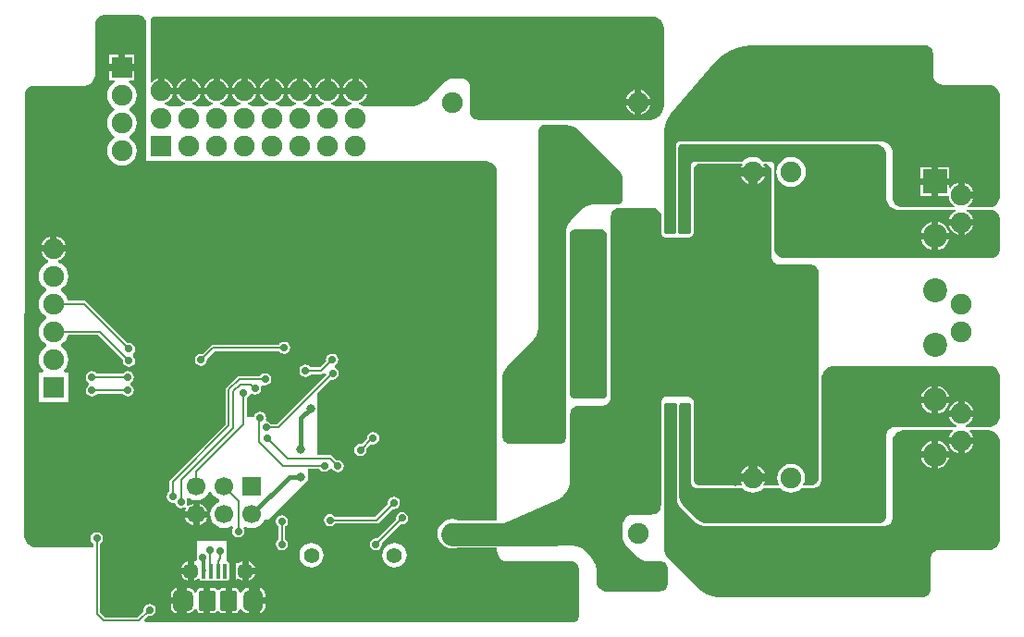
<source format=gtl>
G04 Layer_Physical_Order=1*
G04 Layer_Color=16776960*
%FSLAX43Y43*%
%MOMM*%
G71*
G01*
G75*
G04:AMPARAMS|DCode=10|XSize=1.9mm|YSize=1.7mm|CornerRadius=0.51mm|HoleSize=0mm|Usage=FLASHONLY|Rotation=90.000|XOffset=0mm|YOffset=0mm|HoleType=Round|Shape=RoundedRectangle|*
%AMROUNDEDRECTD10*
21,1,1.900,0.680,0,0,90.0*
21,1,0.880,1.700,0,0,90.0*
1,1,1.020,0.340,0.440*
1,1,1.020,0.340,-0.440*
1,1,1.020,-0.340,-0.440*
1,1,1.020,-0.340,0.440*
%
%ADD10ROUNDEDRECTD10*%
G04:AMPARAMS|DCode=11|XSize=1.9mm|YSize=1.5mm|CornerRadius=0.188mm|HoleSize=0mm|Usage=FLASHONLY|Rotation=90.000|XOffset=0mm|YOffset=0mm|HoleType=Round|Shape=RoundedRectangle|*
%AMROUNDEDRECTD11*
21,1,1.900,1.125,0,0,90.0*
21,1,1.525,1.500,0,0,90.0*
1,1,0.375,0.563,0.762*
1,1,0.375,0.563,-0.762*
1,1,0.375,-0.563,-0.762*
1,1,0.375,-0.563,0.762*
%
%ADD11ROUNDEDRECTD11*%
G04:AMPARAMS|DCode=12|XSize=1.35mm|YSize=0.4mm|CornerRadius=0.05mm|HoleSize=0mm|Usage=FLASHONLY|Rotation=90.000|XOffset=0mm|YOffset=0mm|HoleType=Round|Shape=RoundedRectangle|*
%AMROUNDEDRECTD12*
21,1,1.350,0.300,0,0,90.0*
21,1,1.250,0.400,0,0,90.0*
1,1,0.100,0.150,0.625*
1,1,0.100,0.150,-0.625*
1,1,0.100,-0.150,-0.625*
1,1,0.100,-0.150,0.625*
%
%ADD12ROUNDEDRECTD12*%
%ADD13C,0.200*%
%ADD14C,0.300*%
%ADD15C,2.100*%
%ADD16C,0.400*%
%ADD17C,1.900*%
%ADD18R,1.700X1.700*%
%ADD19C,1.700*%
%ADD20C,1.400*%
%ADD21R,1.900X1.900*%
%ADD22C,2.200*%
%ADD23R,2.200X2.200*%
%ADD24R,1.900X1.900*%
G04:AMPARAMS|DCode=25|XSize=1.9mm|YSize=1.2mm|CornerRadius=0.36mm|HoleSize=0mm|Usage=FLASHONLY|Rotation=90.000|XOffset=0mm|YOffset=0mm|HoleType=Round|Shape=RoundedRectangle|*
%AMROUNDEDRECTD25*
21,1,1.900,0.480,0,0,90.0*
21,1,1.180,1.200,0,0,90.0*
1,1,0.720,0.240,0.590*
1,1,0.720,0.240,-0.590*
1,1,0.720,-0.240,-0.590*
1,1,0.720,-0.240,0.590*
%
%ADD25ROUNDEDRECTD25*%
%ADD26C,1.450*%
%ADD27C,0.700*%
%ADD28C,1.000*%
%ADD29C,0.800*%
%ADD30C,1.500*%
G36*
X10628Y55772D02*
X10704Y55772D01*
X10854Y55742D01*
X10994Y55684D01*
X11120Y55599D01*
X11228Y55492D01*
X11312Y55365D01*
X11370Y55225D01*
X11378Y55185D01*
X11400Y55000D01*
Y55000D01*
X11400Y55000D01*
X11400Y55000D01*
X11400Y48918D01*
X11388Y48830D01*
X11400Y48742D01*
X11400Y46378D01*
X11388Y46290D01*
X11400Y46202D01*
X11400Y42976D01*
X11400Y42976D01*
Y42400D01*
X11976D01*
X11976Y42400D01*
X11976Y42400D01*
X15202D01*
X15290Y42388D01*
X15378Y42400D01*
X17742D01*
X17830Y42388D01*
X17918Y42400D01*
X20282D01*
X20370Y42388D01*
X20458Y42400D01*
X22822D01*
X22910Y42388D01*
X22998Y42400D01*
X25362D01*
X25450Y42388D01*
X25538Y42400D01*
X27902D01*
X27990Y42388D01*
X28078Y42400D01*
X30442D01*
X30530Y42388D01*
X30618Y42400D01*
X42400D01*
X42508Y42400D01*
X42721Y42358D01*
X42921Y42275D01*
X43101Y42154D01*
X43254Y42001D01*
X43375Y41821D01*
X43458Y41621D01*
X43485Y41485D01*
X43500Y41300D01*
Y41300D01*
X43500Y41300D01*
X43500Y41300D01*
X43500Y24100D01*
X43500Y18500D01*
X43500Y17500D01*
X43500Y9511D01*
X39970D01*
X39752Y9601D01*
X39400Y9648D01*
X39048Y9601D01*
X38719Y9465D01*
X38437Y9249D01*
X38221Y8967D01*
X38085Y8638D01*
X38038Y8286D01*
X38085Y7934D01*
X38221Y7605D01*
X38437Y7323D01*
X38719Y7107D01*
X39048Y6971D01*
X39400Y6924D01*
X39752Y6971D01*
X39798Y6990D01*
X43500D01*
Y6700D01*
X43505Y6607D01*
X43541Y6424D01*
X43612Y6252D01*
X43716Y6097D01*
X43847Y5966D01*
X44002Y5862D01*
X44174Y5791D01*
X44357Y5755D01*
X44450Y5750D01*
X46167Y5750D01*
X50281D01*
X50349Y5750D01*
X50481Y5724D01*
X50606Y5672D01*
X50718Y5597D01*
X50814Y5501D01*
X50889Y5389D01*
X50940Y5264D01*
X50943Y5248D01*
X50966Y5064D01*
Y5064D01*
X50966Y5064D01*
X50966Y5064D01*
X50967Y767D01*
X50967Y654D01*
X50881Y446D01*
X50721Y286D01*
X50535Y209D01*
X11303D01*
X11226Y394D01*
X11593Y761D01*
X11700Y739D01*
X11915Y782D01*
X12097Y903D01*
X12218Y1085D01*
X12261Y1300D01*
X12218Y1515D01*
X12097Y1697D01*
X11915Y1818D01*
X11700Y1861D01*
X11485Y1818D01*
X11303Y1697D01*
X11182Y1515D01*
X11139Y1300D01*
X11160Y1193D01*
X10578Y611D01*
X7622D01*
X7163Y1070D01*
Y7406D01*
X7250Y7464D01*
X7371Y7646D01*
X7414Y7861D01*
X7371Y8075D01*
X7250Y8257D01*
X7068Y8379D01*
X6853Y8422D01*
X6639Y8379D01*
X6457Y8257D01*
X6335Y8075D01*
X6293Y7861D01*
X6335Y7646D01*
X6457Y7464D01*
X6551Y7401D01*
Y7000D01*
X1400Y7000D01*
X1285D01*
X1058Y7045D01*
X845Y7133D01*
X653Y7262D01*
X490Y7425D01*
X362Y7617D01*
X273Y7830D01*
X228Y8056D01*
Y8172D01*
X241Y48443D01*
X241Y48528D01*
X274Y48693D01*
X339Y48849D01*
X433Y48989D01*
X552Y49109D01*
X692Y49203D01*
X848Y49267D01*
X1014Y49300D01*
X1098Y49300D01*
X1098Y49300D01*
X5700Y49300D01*
X5798Y49305D01*
X5990Y49343D01*
X6171Y49418D01*
X6334Y49527D01*
X6473Y49666D01*
X6582Y49829D01*
X6657Y50010D01*
X6695Y50202D01*
X6700Y50300D01*
X6700Y50300D01*
Y54900D01*
X6700Y54986D01*
X6733Y55154D01*
X6799Y55313D01*
X6895Y55456D01*
X7016Y55577D01*
X7159Y55672D01*
X7317Y55738D01*
X7486Y55772D01*
X7572Y55772D01*
X7572Y55772D01*
X10628Y55772D01*
D02*
G37*
G36*
X82600Y53000D02*
X82600Y53000D01*
X82600D01*
X82717Y52992D01*
X82833Y52969D01*
X82979Y52909D01*
X83110Y52821D01*
X83221Y52710D01*
X83309Y52579D01*
X83369Y52433D01*
X83400Y52279D01*
X83400Y52200D01*
X83400Y50300D01*
X83400Y50300D01*
X83404Y50212D01*
X83439Y50039D01*
X83506Y49876D01*
X83604Y49729D01*
X83729Y49604D01*
X83876Y49506D01*
X84039Y49439D01*
X84212Y49404D01*
X84300Y49400D01*
X88500Y49400D01*
X88500Y49400D01*
X88500Y49400D01*
X88500D01*
X88617Y49396D01*
X88790Y49362D01*
X88971Y49287D01*
X89134Y49178D01*
X89273Y49039D01*
X89381Y48876D01*
X89456Y48695D01*
X89495Y48503D01*
X89495Y48405D01*
X89495Y39095D01*
X89494Y39094D01*
X89494Y39003D01*
X89459Y38823D01*
X89389Y38654D01*
X89287Y38502D01*
X89157Y38372D01*
X89005Y38270D01*
X88836Y38200D01*
X88668Y38167D01*
X88647Y38168D01*
X88641Y38167D01*
X88636Y38168D01*
X88636D01*
X88636Y38168D01*
X86609Y38168D01*
X86581Y38229D01*
X86574Y38295D01*
X86796Y38466D01*
X86981Y38706D01*
X87096Y38986D01*
X87096Y38986D01*
X85976D01*
Y39286D01*
X85676D01*
Y40406D01*
X85676Y40406D01*
X85396Y40291D01*
X85156Y40106D01*
X85003Y39907D01*
X84876Y39950D01*
Y40236D01*
X83876D01*
Y39236D01*
X84823D01*
X84856Y38986D01*
X84971Y38706D01*
X85156Y38466D01*
X85378Y38295D01*
X85372Y38229D01*
X85343Y38168D01*
X80566Y38168D01*
X80391Y38203D01*
X80207Y38279D01*
X80041Y38390D01*
X79901Y38531D01*
X79790Y38696D01*
X79714Y38880D01*
X79675Y39075D01*
X79675Y43134D01*
X79675Y43259D01*
X79675D01*
X79675Y43262D01*
X79675Y43262D01*
X79671Y43347D01*
X79665Y43376D01*
Y43376D01*
X79662Y43388D01*
X79636Y43521D01*
X79568Y43686D01*
X79469Y43833D01*
X79344Y43959D01*
X79196Y44057D01*
X79032Y44125D01*
X78858Y44160D01*
X78769Y44164D01*
X78166Y44164D01*
X78157Y44166D01*
X78040Y44168D01*
X78039Y44168D01*
X78037Y44168D01*
X78036D01*
X78036Y44168D01*
X60467Y44168D01*
X60388Y44168D01*
X60387Y44168D01*
X60387Y44168D01*
X60367Y44164D01*
X60167D01*
X60167Y44164D01*
X60108Y44158D01*
X60000Y44113D01*
X59917Y44031D01*
X59873Y43923D01*
X59867Y43864D01*
X59867Y43664D01*
X59863Y43644D01*
X59863Y43644D01*
X59863Y43644D01*
X59863Y43564D01*
Y35964D01*
X59863Y35925D01*
X59863Y35925D01*
X59863Y35925D01*
X59864Y35918D01*
X59836Y35851D01*
X59780Y35795D01*
X59707Y35764D01*
X58967Y35764D01*
X58927Y35764D01*
X58854Y35795D01*
X58797Y35851D01*
X58767Y35924D01*
X58767Y35964D01*
X58767Y44883D01*
X58767Y45002D01*
X58767Y45002D01*
X58767Y45002D01*
X58767Y45240D01*
X58851Y45707D01*
X59016Y46153D01*
X59258Y46562D01*
X59412Y46742D01*
X63462Y51449D01*
X63462Y51449D01*
X63462Y51449D01*
X63619Y51631D01*
X63969Y51959D01*
X64353Y52248D01*
X64765Y52494D01*
X65202Y52694D01*
X65657Y52846D01*
X66126Y52948D01*
X66604Y53000D01*
X66844Y53000D01*
X79100Y53000D01*
X82600D01*
X82600Y53000D01*
D02*
G37*
G36*
X12164Y55664D02*
X57636Y55664D01*
X57636Y55664D01*
X57636Y55664D01*
X57636D01*
X57756Y55663D01*
X57968Y55620D01*
X58176Y55535D01*
X58362Y55410D01*
X58521Y55251D01*
X58646Y55064D01*
X58732Y54857D01*
X58775Y54637D01*
X58775Y54525D01*
X58775Y47575D01*
X58775Y47575D01*
Y47436D01*
X58721Y47164D01*
X58615Y46907D01*
X58460Y46676D01*
X58264Y46479D01*
X58033Y46325D01*
X57776Y46219D01*
X57503Y46164D01*
X57364D01*
X41836Y46164D01*
X41753D01*
X41592Y46196D01*
X41440Y46259D01*
X41303Y46351D01*
X41187Y46467D01*
X41095Y46604D01*
X41032Y46756D01*
X41000Y46918D01*
X41000Y49200D01*
X41000Y49200D01*
X41000Y49200D01*
X41000Y49200D01*
X40996Y49275D01*
X40988Y49317D01*
X40967Y49422D01*
X40910Y49560D01*
X40827Y49685D01*
X40721Y49791D01*
X40596Y49874D01*
X40458Y49931D01*
X40311Y49961D01*
X40236Y49964D01*
X39497Y49964D01*
X39497Y49964D01*
X39394Y49959D01*
X39194Y49919D01*
X39005Y49841D01*
X38834Y49727D01*
X38759Y49659D01*
X37295Y48195D01*
X37295Y48195D01*
X37204Y48104D01*
X37004Y47940D01*
X36789Y47796D01*
X36561Y47674D01*
X36322Y47575D01*
X36074Y47500D01*
X35821Y47450D01*
X35564Y47424D01*
X35434D01*
X31269Y47424D01*
X31211Y47469D01*
X30896Y47600D01*
X30884Y47644D01*
X30886Y47733D01*
X31110Y47825D01*
X31350Y48010D01*
X31535Y48250D01*
X31650Y48530D01*
X31650Y48530D01*
X29410D01*
X29410Y48530D01*
X29525Y48250D01*
X29710Y48010D01*
X29950Y47825D01*
X30174Y47733D01*
X30176Y47644D01*
X30164Y47600D01*
X29849Y47469D01*
X29791Y47424D01*
X28729Y47424D01*
X28671Y47469D01*
X28356Y47600D01*
X28344Y47644D01*
X28346Y47733D01*
X28570Y47825D01*
X28810Y48010D01*
X28995Y48250D01*
X29110Y48530D01*
X29110Y48530D01*
X26870D01*
X26870Y48530D01*
X26985Y48250D01*
X27170Y48010D01*
X27410Y47825D01*
X27634Y47733D01*
X27636Y47644D01*
X27624Y47600D01*
X27309Y47469D01*
X27251Y47424D01*
X26189D01*
X26131Y47469D01*
X25816Y47600D01*
X25804Y47644D01*
X25806Y47733D01*
X26030Y47825D01*
X26270Y48010D01*
X26455Y48250D01*
X26570Y48530D01*
X26570Y48530D01*
X24330D01*
X24330Y48530D01*
X24445Y48250D01*
X24630Y48010D01*
X24870Y47825D01*
X25094Y47733D01*
X25096Y47644D01*
X25084Y47600D01*
X24769Y47469D01*
X24711Y47424D01*
X23649Y47424D01*
X23591Y47469D01*
X23276Y47600D01*
X23264Y47644D01*
X23266Y47733D01*
X23490Y47825D01*
X23730Y48010D01*
X23915Y48250D01*
X24030Y48530D01*
X24030Y48530D01*
X21790D01*
X21790Y48530D01*
X21905Y48250D01*
X22090Y48010D01*
X22330Y47825D01*
X22554Y47733D01*
X22556Y47644D01*
X22544Y47600D01*
X22229Y47469D01*
X22171Y47424D01*
X21109Y47424D01*
X21051Y47469D01*
X20736Y47600D01*
X20724Y47644D01*
X20726Y47733D01*
X20950Y47825D01*
X21190Y48010D01*
X21375Y48250D01*
X21490Y48530D01*
X21490Y48530D01*
X19250D01*
X19250Y48530D01*
X19365Y48250D01*
X19550Y48010D01*
X19790Y47825D01*
X20014Y47733D01*
X20016Y47644D01*
X20004Y47600D01*
X19689Y47469D01*
X19631Y47424D01*
X18569D01*
X18511Y47469D01*
X18196Y47600D01*
X18184Y47644D01*
X18186Y47733D01*
X18410Y47825D01*
X18650Y48010D01*
X18835Y48250D01*
X18950Y48530D01*
X18950Y48530D01*
X16710D01*
X16710Y48530D01*
X16825Y48250D01*
X17010Y48010D01*
X17250Y47825D01*
X17474Y47733D01*
X17476Y47644D01*
X17464Y47600D01*
X17149Y47469D01*
X17091Y47424D01*
X16029Y47424D01*
X15971Y47469D01*
X15656Y47600D01*
X15644Y47644D01*
X15646Y47733D01*
X15870Y47825D01*
X16110Y48010D01*
X16295Y48250D01*
X16410Y48530D01*
X16410Y48530D01*
X14170D01*
X14170Y48530D01*
X14285Y48250D01*
X14470Y48010D01*
X14710Y47825D01*
X14934Y47733D01*
X14936Y47644D01*
X14924Y47600D01*
X14609Y47469D01*
X14551Y47424D01*
X13489Y47424D01*
X13431Y47469D01*
X13116Y47600D01*
X13104Y47644D01*
X13106Y47733D01*
X13330Y47825D01*
X13570Y48010D01*
X13755Y48250D01*
X13870Y48530D01*
X13870Y48530D01*
X12750D01*
Y48830D01*
X12450D01*
Y49950D01*
X12450Y49950D01*
X12170Y49835D01*
X11930Y49650D01*
X11920Y49638D01*
X11800Y49679D01*
Y55300D01*
X11800Y55372D01*
X11855Y55506D01*
X11958Y55609D01*
X12092Y55664D01*
X12164Y55664D01*
D02*
G37*
G36*
X68293Y42068D02*
X68471Y41891D01*
X68567Y41659D01*
X68567Y41533D01*
X68567Y41533D01*
X68567Y41533D01*
X68567Y34900D01*
X68567Y33733D01*
X68571Y33651D01*
X68603Y33491D01*
X68665Y33340D01*
X68756Y33205D01*
X68871Y33089D01*
X69007Y32998D01*
X69158Y32936D01*
X69318Y32904D01*
X69400Y32900D01*
X72276Y32900D01*
X72424Y32870D01*
X72563Y32813D01*
X72689Y32729D01*
X72796Y32622D01*
X72880Y32496D01*
X72937Y32357D01*
X72958Y32251D01*
X72967Y32133D01*
Y32133D01*
X72967Y32133D01*
X72967Y32133D01*
X72967Y13467D01*
X72967Y13388D01*
X72936Y13233D01*
X72876Y13087D01*
X72788Y12955D01*
X72676Y12843D01*
X72544Y12755D01*
X72398Y12695D01*
X72288Y12673D01*
X72164Y12664D01*
X72037Y12664D01*
X71552D01*
X71501Y12791D01*
X71618Y13074D01*
X71661Y13400D01*
X71618Y13726D01*
X71492Y14030D01*
X71292Y14292D01*
X71030Y14492D01*
X70726Y14618D01*
X70400Y14661D01*
X70074Y14618D01*
X69770Y14492D01*
X69508Y14292D01*
X69308Y14030D01*
X69182Y13726D01*
X69139Y13400D01*
X69182Y13074D01*
X69299Y12791D01*
X69248Y12664D01*
X67929D01*
X67872Y12778D01*
X67905Y12820D01*
X67979Y13000D01*
X66900D01*
X65821D01*
X65895Y12820D01*
X65928Y12778D01*
X65871Y12664D01*
X62042Y12664D01*
X61928Y12664D01*
X61716Y12751D01*
X61554Y12913D01*
X61467Y13125D01*
X61467Y13239D01*
X61467Y13239D01*
X61467Y15618D01*
X61473Y15664D01*
X61467Y15710D01*
Y16618D01*
X61473Y16664D01*
X61467Y16710D01*
X61467Y17618D01*
X61473Y17664D01*
X61467Y17710D01*
X61467Y18618D01*
X61473Y18664D01*
X61467Y18710D01*
X61467Y19618D01*
X61473Y19664D01*
X61467Y19710D01*
Y20327D01*
X61458Y20419D01*
X61387Y20590D01*
X61257Y20720D01*
X61110Y20781D01*
X61086Y20791D01*
X60998Y20799D01*
X60994Y20800D01*
X60994Y20800D01*
X60994Y20800D01*
X59000Y20800D01*
X58907Y20791D01*
X58735Y20720D01*
X58604Y20588D01*
X58543Y20442D01*
X58533Y20416D01*
X58524Y20324D01*
X58524Y20324D01*
X58524D01*
X58524Y20199D01*
X58524Y20197D01*
X58524Y11024D01*
X58524Y10923D01*
X58484Y10725D01*
X58407Y10539D01*
X58295Y10371D01*
X58152Y10228D01*
X57985Y10116D01*
X57799Y10039D01*
X57625Y10005D01*
X57523Y10001D01*
X57500Y10000D01*
X57500Y10000D01*
X55900Y10000D01*
X55812Y9996D01*
X55639Y9961D01*
X55476Y9894D01*
X55329Y9796D01*
X55204Y9671D01*
X55106Y9524D01*
X55039Y9361D01*
X55011Y9221D01*
X55004Y9188D01*
X55000Y9100D01*
X55000Y9100D01*
X55000D01*
X55000Y9100D01*
X55000Y7983D01*
X55006Y7869D01*
X55050Y7644D01*
X55138Y7433D01*
X55262Y7247D01*
X55265Y7243D01*
X55341Y7159D01*
X55341Y7159D01*
X56359Y6141D01*
X56447Y6061D01*
X56645Y5929D01*
X56864Y5838D01*
X57098Y5792D01*
X57217Y5786D01*
X58414Y5786D01*
X58482Y5786D01*
X58614Y5760D01*
X58739Y5708D01*
X58851Y5633D01*
X58947Y5537D01*
X59022Y5425D01*
X59074Y5300D01*
X59090Y5217D01*
X59100Y5100D01*
Y5100D01*
X59100Y5100D01*
X59100Y5100D01*
X59100Y3700D01*
X59100Y3631D01*
X59073Y3496D01*
X59020Y3368D01*
X58944Y3254D01*
X58846Y3156D01*
X58732Y3080D01*
X58604Y3027D01*
X58523Y3011D01*
X58400Y3000D01*
X55000Y3000D01*
X53411D01*
X53237Y3035D01*
X53074Y3102D01*
X52926Y3201D01*
X52801Y3326D01*
X52702Y3474D01*
X52635Y3637D01*
X52600Y3811D01*
Y3900D01*
X52600D01*
X52600Y4700D01*
X52588Y4945D01*
X52492Y5426D01*
X52305Y5878D01*
X52033Y6286D01*
X51686Y6632D01*
X51278Y6905D01*
X50826Y7092D01*
X50345Y7188D01*
X50100Y7200D01*
X50100Y7200D01*
X50100Y7200D01*
X44100Y7200D01*
X44100Y9200D01*
X48979Y11372D01*
X49109Y11435D01*
X49352Y11589D01*
X49571Y11776D01*
X49761Y11993D01*
X49918Y12234D01*
X50039Y12496D01*
X50120Y12772D01*
X50162Y13057D01*
X50167Y13201D01*
X50167Y13201D01*
X50167Y19167D01*
Y19249D01*
X50199Y19410D01*
X50262Y19561D01*
X50353Y19698D01*
X50469Y19814D01*
X50606Y19905D01*
X50757Y19968D01*
X50918Y20000D01*
X51000D01*
X51000Y20000D01*
X53100Y20000D01*
X53178Y20004D01*
X53332Y20034D01*
X53477Y20094D01*
X53607Y20182D01*
X53718Y20292D01*
X53806Y20423D01*
X53866Y20568D01*
X53896Y20722D01*
X53900Y20800D01*
X53900Y20800D01*
Y31164D01*
X53900Y37300D01*
X53900Y37379D01*
X53931Y37533D01*
X53991Y37679D01*
X54079Y37810D01*
X54190Y37921D01*
X54321Y38009D01*
X54467Y38069D01*
X54621Y38100D01*
X54700D01*
X54700Y38100D01*
X57700Y38100D01*
X57781Y38100D01*
X57940Y38068D01*
X58090Y38006D01*
X58225Y37916D01*
X58340Y37801D01*
X58430Y37667D01*
X58492Y37517D01*
X58516Y37395D01*
X58524Y37277D01*
Y37276D01*
X58524Y37276D01*
X58524Y37276D01*
X58524Y35843D01*
X58532Y35757D01*
X58598Y35597D01*
X58720Y35475D01*
X58880Y35408D01*
X58967Y35400D01*
X60973Y35400D01*
X61070Y35409D01*
X61248Y35483D01*
X61384Y35619D01*
X61457Y35797D01*
X61467Y35894D01*
X61467Y35894D01*
Y41567D01*
X61467Y41686D01*
X61558Y41905D01*
X61726Y42073D01*
X61945Y42164D01*
X62064Y42164D01*
X62064Y42164D01*
X65893Y42164D01*
X65950Y42050D01*
X65895Y41980D01*
X65821Y41800D01*
X66900D01*
X67979D01*
X67905Y41980D01*
X67850Y42050D01*
X67907Y42164D01*
X67936D01*
X68061Y42164D01*
X68293Y42068D01*
D02*
G37*
G36*
X47800Y45700D02*
X49576Y45700D01*
X49576Y45700D01*
Y45700D01*
X49796Y45700D01*
X50227Y45614D01*
X50633Y45446D01*
X50998Y45202D01*
X51153Y45046D01*
X54517Y41683D01*
X54517Y41683D01*
X54649Y41543D01*
X54812Y41298D01*
X54937Y40998D01*
X55000Y40680D01*
X55000Y40517D01*
X55000Y38900D01*
X55000Y38900D01*
X55000Y38810D01*
X54931Y38645D01*
X54805Y38519D01*
X54640Y38450D01*
X54550Y38450D01*
X52404Y38450D01*
X52404Y38450D01*
X52249Y38442D01*
X51946Y38382D01*
X51660Y38264D01*
X51403Y38092D01*
X51288Y37988D01*
X50212Y36912D01*
Y36912D01*
X50119Y36810D01*
X49966Y36580D01*
X49861Y36326D01*
X49807Y36055D01*
X49800Y35917D01*
X49800Y33900D01*
X49800Y21600D01*
X49800Y17100D01*
X49800Y17100D01*
X49800Y16981D01*
X49708Y16760D01*
X49540Y16591D01*
X49319Y16500D01*
X49200Y16500D01*
X44631Y16500D01*
X44496Y16527D01*
X44368Y16580D01*
X44254Y16656D01*
X44156Y16754D01*
X44080Y16868D01*
X44027Y16996D01*
X44000Y17131D01*
Y20000D01*
X44000Y22517D01*
X44000Y22517D01*
X44007Y22714D01*
X44063Y22998D01*
X44188Y23298D01*
X44368Y23568D01*
X44483Y23683D01*
X46717Y25917D01*
X46717Y25917D01*
X46717Y25917D01*
X46848Y26062D01*
X47065Y26386D01*
X47214Y26747D01*
X47290Y27129D01*
X47300Y27324D01*
X47300Y45200D01*
X47335Y45385D01*
X47376Y45483D01*
X47517Y45624D01*
X47701Y45700D01*
X47800Y45700D01*
D02*
G37*
G36*
X53325Y36079D02*
X53482Y35922D01*
X53567Y35717D01*
X53567Y35605D01*
X53567D01*
X53567Y35605D01*
X53567Y21064D01*
X53567Y20985D01*
X53506Y20838D01*
X53394Y20725D01*
X53287Y20681D01*
X53167Y20664D01*
X50617Y20664D01*
X50527Y20664D01*
X50362Y20733D01*
X50235Y20859D01*
X50167Y21025D01*
X50167Y21114D01*
X50167Y35667D01*
X50167Y35766D01*
X50243Y35949D01*
X50383Y36089D01*
X50565Y36164D01*
X50664Y36164D01*
X50664Y36164D01*
X53008Y36164D01*
X53119Y36164D01*
X53325Y36079D01*
D02*
G37*
G36*
X60467Y43964D02*
X78036Y43964D01*
X78036Y43964D01*
X78036Y43964D01*
X78037D01*
X78154Y43962D01*
X78359Y43922D01*
X78560Y43838D01*
X78741Y43717D01*
X78896Y43563D01*
X79017Y43382D01*
X79100Y43180D01*
X79143Y42966D01*
Y42857D01*
X79143Y38957D01*
X79143Y38957D01*
X79148Y38860D01*
X79185Y38669D01*
X79260Y38489D01*
X79368Y38327D01*
X79506Y38190D01*
X79668Y38082D01*
X79847Y38007D01*
X80038Y37969D01*
X80136Y37964D01*
X85484Y37964D01*
X85509Y37837D01*
X85396Y37791D01*
X85156Y37606D01*
X84971Y37366D01*
X84856Y37086D01*
X84856Y37086D01*
X85976D01*
X87096D01*
X87096Y37086D01*
X86981Y37366D01*
X86796Y37606D01*
X86556Y37791D01*
X86443Y37837D01*
X86468Y37964D01*
X88636Y37964D01*
X88636Y37964D01*
X88636Y37964D01*
X88636D01*
X88753Y37958D01*
X88886Y37931D01*
X89043Y37867D01*
X89183Y37773D01*
X89303Y37653D01*
X89397Y37512D01*
X89462Y37356D01*
X89495Y37190D01*
X89495Y34295D01*
X89495Y34295D01*
Y34216D01*
X89464Y34063D01*
X89404Y33918D01*
X89317Y33788D01*
X89206Y33677D01*
X89076Y33590D01*
X88932Y33531D01*
X88778Y33500D01*
X88700D01*
X69831Y33500D01*
X69831Y33500D01*
X69736Y33500D01*
X69550Y33537D01*
X69374Y33610D01*
X69217Y33715D01*
X69082Y33850D01*
X68977Y34008D01*
X68904Y34183D01*
X68867Y34369D01*
X68867Y34464D01*
X68867Y41942D01*
X68867Y42064D01*
X68867Y42064D01*
X68867Y42065D01*
X68861Y42123D01*
X68816Y42231D01*
X68734Y42314D01*
X68625Y42359D01*
X68567Y42364D01*
X68081D01*
X68061Y42368D01*
X68061Y42368D01*
X68061Y42368D01*
X67936Y42368D01*
X67907D01*
X67887Y42364D01*
X67861Y42364D01*
X67581Y42579D01*
X67252Y42715D01*
X66900Y42762D01*
X66548Y42715D01*
X66219Y42579D01*
X65939Y42364D01*
X65913D01*
X65893Y42368D01*
X62064Y42368D01*
X62064Y42368D01*
X61945Y42368D01*
X61926Y42364D01*
X61567D01*
Y42364D01*
X61508Y42359D01*
X61400Y42314D01*
X61318Y42231D01*
X61273Y42123D01*
X61267Y42064D01*
Y41706D01*
X61263Y41686D01*
X61263Y41567D01*
Y35915D01*
X61236Y35851D01*
X61180Y35795D01*
X61107Y35764D01*
X60267Y35764D01*
X60227Y35764D01*
X60154Y35795D01*
X60097Y35851D01*
X60067Y35925D01*
X60067Y35964D01*
Y43564D01*
X60067Y43644D01*
X60128Y43791D01*
X60240Y43903D01*
X60387Y43964D01*
X60467Y43964D01*
D02*
G37*
G36*
X59767Y20264D02*
X59803Y20264D01*
X59869Y20237D01*
X59910Y20196D01*
X59947Y20084D01*
Y20084D01*
X59947Y19965D01*
X59947Y11469D01*
X59952Y11370D01*
X59990Y11177D01*
X60066Y10995D01*
X60161Y10852D01*
X60175Y10832D01*
X60241Y10758D01*
X60241Y10759D01*
X61659Y9341D01*
X61743Y9265D01*
X61933Y9138D01*
X62144Y9050D01*
X62369Y9006D01*
X62483Y9000D01*
X62681D01*
X62681Y9000D01*
X62701D01*
X62720Y8996D01*
X62883Y8996D01*
X78400D01*
X78473Y8996D01*
X78493Y9000D01*
X78943D01*
X79015Y9003D01*
X79155Y9031D01*
X79288Y9086D01*
X79407Y9166D01*
X79509Y9268D01*
X79588Y9387D01*
X79643Y9520D01*
X79671Y9660D01*
X79675Y9732D01*
X79675Y9732D01*
Y16675D01*
Y16782D01*
X79717Y16993D01*
X79799Y17191D01*
X79918Y17369D01*
X80070Y17521D01*
X80248Y17640D01*
X80446Y17722D01*
X80657Y17764D01*
X80764Y17764D01*
X80764Y17764D01*
X85164Y17764D01*
X85205Y17644D01*
X85156Y17606D01*
X84971Y17366D01*
X84856Y17086D01*
X84856Y17086D01*
X85976D01*
X87096D01*
X87096Y17086D01*
X86981Y17366D01*
X86796Y17606D01*
X86747Y17644D01*
X86788Y17764D01*
X88436D01*
X88540Y17764D01*
X88745Y17723D01*
X88937Y17644D01*
X89111Y17528D01*
X89258Y17380D01*
X89374Y17207D01*
X89454Y17014D01*
X89491Y16825D01*
X89494Y16709D01*
Y16705D01*
X89494Y16705D01*
X89495Y16705D01*
X89495Y7695D01*
Y7606D01*
X89460Y7434D01*
X89393Y7271D01*
X89295Y7124D01*
X89170Y7000D01*
X89024Y6902D01*
X88861Y6834D01*
X88718Y6806D01*
X88600Y6800D01*
X88600Y6800D01*
X88600Y6800D01*
X84000Y6800D01*
X83922Y6796D01*
X83768Y6766D01*
X83623Y6706D01*
X83492Y6618D01*
X83382Y6508D01*
X83294Y6377D01*
X83234Y6232D01*
X83212Y6122D01*
X83204Y6078D01*
X83200Y6000D01*
X83200Y6000D01*
X83200Y6000D01*
X83200Y3300D01*
X83200Y3213D01*
X83166Y3042D01*
X83099Y2881D01*
X83002Y2736D01*
X82879Y2612D01*
X82734Y2516D01*
X82573Y2449D01*
X82439Y2422D01*
X82315Y2415D01*
X77200Y2415D01*
X64065Y2415D01*
X63909Y2415D01*
X63598Y2445D01*
X63291Y2506D01*
X62991Y2597D01*
X62703Y2717D01*
X62427Y2864D01*
X62167Y3038D01*
X61925Y3237D01*
X61814Y3347D01*
X61814Y3347D01*
X59339Y5822D01*
X59199Y5963D01*
X58977Y6294D01*
X58825Y6662D01*
X58747Y7053D01*
X58747Y7252D01*
X58747Y10184D01*
X58747Y20045D01*
X58747Y20088D01*
X58781Y20169D01*
X58842Y20231D01*
X58923Y20264D01*
X58967Y20264D01*
X58967Y20264D01*
X59767Y20264D01*
D02*
G37*
G36*
X88536Y23664D02*
X88630Y23664D01*
X88815Y23627D01*
X88990Y23555D01*
X89147Y23450D01*
X89281Y23317D01*
X89385Y23160D01*
X89458Y22985D01*
X89490Y22824D01*
X89495Y22706D01*
Y22705D01*
X89495Y22705D01*
X89495Y22705D01*
X89495Y18995D01*
X89495Y18903D01*
X89459Y18723D01*
X89389Y18554D01*
X89287Y18402D01*
X89157Y18272D01*
X89005Y18170D01*
X88836Y18100D01*
X88689Y18071D01*
X88564Y18064D01*
Y18064D01*
X86418Y18064D01*
X86391Y18076D01*
Y18213D01*
X86556Y18281D01*
X86796Y18466D01*
X86981Y18706D01*
X87096Y18986D01*
X87096Y18986D01*
X85976D01*
X84856D01*
X84856Y18986D01*
X84971Y18706D01*
X85156Y18466D01*
X85396Y18281D01*
X85561Y18213D01*
Y18076D01*
X85534Y18064D01*
X79864Y18064D01*
X79794Y18061D01*
X79655Y18033D01*
X79524Y17979D01*
X79407Y17900D01*
X79307Y17800D01*
X79228Y17683D01*
X79174Y17552D01*
X79156Y17464D01*
X79146Y17413D01*
X79143Y17343D01*
X79143D01*
X79143Y9943D01*
X79143Y9870D01*
X79114Y9726D01*
X79058Y9591D01*
X78977Y9469D01*
X78873Y9366D01*
X78752Y9285D01*
X78617Y9229D01*
X78473Y9200D01*
X78400Y9200D01*
X62883D01*
X62720Y9200D01*
X62402Y9263D01*
X62102Y9388D01*
X61832Y9568D01*
X61717Y9683D01*
X61717Y9683D01*
X61717D01*
X60541Y10859D01*
X60452Y10948D01*
X60312Y11157D01*
X60216Y11390D01*
X60167Y11637D01*
X60167Y12264D01*
X60167Y20104D01*
X60197Y20177D01*
X60254Y20234D01*
X60327Y20264D01*
X60367D01*
X60367Y20264D01*
X61067Y20264D01*
X61107Y20264D01*
X61180Y20234D01*
X61236Y20177D01*
X61263Y20113D01*
Y19710D01*
X61266Y19697D01*
X61265Y19684D01*
X61267Y19667D01*
Y19662D01*
X61265Y19645D01*
X61266Y19632D01*
X61263Y19618D01*
X61263Y18710D01*
X61266Y18697D01*
X61265Y18684D01*
X61267Y18667D01*
Y18662D01*
X61265Y18645D01*
X61266Y18632D01*
X61263Y18618D01*
X61263Y17710D01*
X61266Y17697D01*
X61265Y17684D01*
X61267Y17667D01*
Y17662D01*
X61265Y17645D01*
X61266Y17632D01*
X61263Y17618D01*
X61263Y16710D01*
X61266Y16697D01*
X61265Y16684D01*
X61267Y16667D01*
Y16662D01*
X61265Y16645D01*
X61266Y16632D01*
X61263Y16618D01*
Y15710D01*
X61266Y15697D01*
X61265Y15684D01*
X61267Y15667D01*
Y15662D01*
X61265Y15645D01*
X61266Y15632D01*
X61263Y15618D01*
X61263Y13239D01*
X61263Y13239D01*
X61263Y13125D01*
X61263Y13125D01*
X61263Y13125D01*
X61267Y13104D01*
Y13033D01*
X61278Y12922D01*
X61363Y12717D01*
X61519Y12560D01*
X61725Y12475D01*
X61836Y12464D01*
X61836Y12464D01*
X61907D01*
X61928Y12460D01*
X61928Y12460D01*
X61928Y12460D01*
X62043Y12460D01*
X65251Y12460D01*
X65267Y12458D01*
X65283Y12460D01*
X65871D01*
X65891Y12464D01*
X65916D01*
X65937Y12437D01*
X66219Y12221D01*
X66548Y12085D01*
X66900Y12038D01*
X67252Y12085D01*
X67581Y12221D01*
X67863Y12437D01*
X67884Y12464D01*
X67909D01*
X67929Y12460D01*
X69248D01*
X69248Y12460D01*
X69249Y12460D01*
X69268Y12464D01*
X69416D01*
X69437Y12437D01*
X69719Y12221D01*
X70048Y12085D01*
X70400Y12038D01*
X70752Y12085D01*
X71081Y12221D01*
X71363Y12437D01*
X71384Y12464D01*
X71532D01*
X71551Y12460D01*
X71552Y12460D01*
X71552Y12460D01*
X72037D01*
X72164Y12460D01*
X72171Y12462D01*
X72179Y12461D01*
X72227Y12464D01*
X72464D01*
X72533Y12468D01*
X72668Y12495D01*
X72796Y12547D01*
X72910Y12624D01*
X73007Y12721D01*
X73084Y12836D01*
X73137Y12963D01*
X73164Y13098D01*
X73167Y13167D01*
X73167Y13167D01*
Y13348D01*
X73167Y13348D01*
X73167Y13368D01*
X73171Y13388D01*
X73171Y13467D01*
X73171Y22514D01*
X73217Y22745D01*
X73315Y22981D01*
X73457Y23194D01*
X73637Y23375D01*
X73850Y23517D01*
X74086Y23614D01*
X74337Y23664D01*
X74464D01*
X74464Y23664D01*
X79143D01*
X88536Y23664D01*
D02*
G37*
%LPC*%
G36*
X10300Y52120D02*
X9450D01*
Y51270D01*
X10300D01*
Y52120D01*
D02*
G37*
G36*
X8850D02*
X8000D01*
Y51270D01*
X8850D01*
Y52120D01*
D02*
G37*
G36*
X10300Y50670D02*
X9150D01*
X8000D01*
Y49820D01*
X8455D01*
X8495Y49620D01*
X8469Y49609D01*
X8187Y49393D01*
X7971Y49111D01*
X7835Y48782D01*
X7788Y48430D01*
X7835Y48078D01*
X7971Y47749D01*
X8187Y47467D01*
X8440Y47273D01*
X8456Y47160D01*
X8440Y47047D01*
X8187Y46853D01*
X7971Y46571D01*
X7835Y46242D01*
X7788Y45890D01*
X7835Y45538D01*
X7971Y45209D01*
X8187Y44927D01*
X8440Y44733D01*
X8456Y44620D01*
X8440Y44507D01*
X8187Y44313D01*
X7971Y44031D01*
X7835Y43702D01*
X7788Y43350D01*
X7835Y42998D01*
X7971Y42669D01*
X8187Y42387D01*
X8469Y42171D01*
X8798Y42035D01*
X9150Y41988D01*
X9502Y42035D01*
X9831Y42171D01*
X10113Y42387D01*
X10329Y42669D01*
X10465Y42998D01*
X10512Y43350D01*
X10465Y43702D01*
X10329Y44031D01*
X10113Y44313D01*
X9860Y44507D01*
X9844Y44620D01*
X9860Y44733D01*
X10113Y44927D01*
X10329Y45209D01*
X10465Y45538D01*
X10512Y45890D01*
X10465Y46242D01*
X10329Y46571D01*
X10113Y46853D01*
X9860Y47047D01*
X9844Y47160D01*
X9860Y47273D01*
X10113Y47467D01*
X10329Y47749D01*
X10465Y48078D01*
X10512Y48430D01*
X10465Y48782D01*
X10329Y49111D01*
X10113Y49393D01*
X9831Y49609D01*
X9805Y49620D01*
X9845Y49820D01*
X10300D01*
Y50670D01*
D02*
G37*
G36*
X3200Y35511D02*
Y34691D01*
X4020D01*
X4020Y34691D01*
X3905Y34971D01*
X3720Y35211D01*
X3480Y35396D01*
X3200Y35511D01*
X3200Y35511D01*
D02*
G37*
G36*
X2600D02*
X2600Y35511D01*
X2320Y35396D01*
X2080Y35211D01*
X1895Y34971D01*
X1780Y34691D01*
X1780Y34691D01*
X2600D01*
Y35511D01*
D02*
G37*
G36*
X24000Y25861D02*
X23785Y25818D01*
X23603Y25697D01*
X23543Y25606D01*
X17500D01*
X17500Y25606D01*
X17383Y25583D01*
X17284Y25516D01*
X16507Y24740D01*
X16400Y24761D01*
X16185Y24718D01*
X16003Y24597D01*
X15882Y24415D01*
X15839Y24200D01*
X15882Y23985D01*
X16003Y23803D01*
X16185Y23682D01*
X16400Y23639D01*
X16615Y23682D01*
X16797Y23803D01*
X16918Y23985D01*
X16961Y24200D01*
X16940Y24307D01*
X17627Y24994D01*
X23543D01*
X23603Y24903D01*
X23785Y24782D01*
X24000Y24739D01*
X24215Y24782D01*
X24397Y24903D01*
X24518Y25085D01*
X24561Y25300D01*
X24518Y25515D01*
X24397Y25697D01*
X24215Y25818D01*
X24000Y25861D01*
D02*
G37*
G36*
X4020Y34091D02*
X2900D01*
X1780D01*
X1780Y34091D01*
X1895Y33811D01*
X2080Y33571D01*
X2320Y33386D01*
X2438Y33337D01*
Y33121D01*
X2219Y33030D01*
X1937Y32814D01*
X1721Y32532D01*
X1585Y32203D01*
X1538Y31851D01*
X1585Y31499D01*
X1721Y31170D01*
X1937Y30888D01*
X2190Y30694D01*
X2206Y30581D01*
X2190Y30468D01*
X1937Y30274D01*
X1721Y29992D01*
X1585Y29663D01*
X1538Y29311D01*
X1585Y28959D01*
X1721Y28630D01*
X1937Y28348D01*
X2190Y28154D01*
X2206Y28041D01*
X2190Y27928D01*
X1937Y27734D01*
X1721Y27452D01*
X1585Y27123D01*
X1538Y26771D01*
X1585Y26419D01*
X1721Y26090D01*
X1937Y25808D01*
X2190Y25614D01*
X2206Y25501D01*
X2190Y25388D01*
X1937Y25194D01*
X1721Y24912D01*
X1585Y24583D01*
X1538Y24231D01*
X1585Y23879D01*
X1721Y23550D01*
X1937Y23268D01*
X1973Y23241D01*
X1905Y23041D01*
X1550D01*
Y20341D01*
X4250D01*
Y23041D01*
X3895D01*
X3827Y23241D01*
X3863Y23268D01*
X4079Y23550D01*
X4215Y23879D01*
X4262Y24231D01*
X4215Y24583D01*
X4079Y24912D01*
X3863Y25194D01*
X3610Y25388D01*
X3594Y25501D01*
X3610Y25614D01*
X3863Y25808D01*
X4079Y26090D01*
X4215Y26419D01*
X4221Y26465D01*
X7002D01*
X9260Y24207D01*
X9239Y24100D01*
X9282Y23885D01*
X9403Y23703D01*
X9585Y23582D01*
X9800Y23539D01*
X10015Y23582D01*
X10197Y23703D01*
X10318Y23885D01*
X10361Y24100D01*
X10318Y24315D01*
X10197Y24497D01*
X10147Y24530D01*
Y24770D01*
X10197Y24803D01*
X10318Y24985D01*
X10361Y25200D01*
X10318Y25415D01*
X10197Y25597D01*
X10015Y25718D01*
X9800Y25761D01*
X9693Y25740D01*
X5905Y29527D01*
X5806Y29594D01*
X5689Y29617D01*
X5689Y29617D01*
X4221D01*
X4215Y29663D01*
X4079Y29992D01*
X3863Y30274D01*
X3610Y30468D01*
X3594Y30581D01*
X3610Y30694D01*
X3863Y30888D01*
X4079Y31170D01*
X4215Y31499D01*
X4262Y31851D01*
X4215Y32203D01*
X4079Y32532D01*
X3863Y32814D01*
X3581Y33030D01*
X3362Y33121D01*
Y33337D01*
X3480Y33386D01*
X3720Y33571D01*
X3905Y33811D01*
X4020Y34091D01*
X4020Y34091D01*
D02*
G37*
G36*
X28400Y24761D02*
X28185Y24718D01*
X28003Y24597D01*
X27882Y24415D01*
X27839Y24200D01*
X27860Y24093D01*
X27273Y23506D01*
X26407D01*
X26347Y23597D01*
X26165Y23718D01*
X25950Y23761D01*
X25735Y23718D01*
X25553Y23597D01*
X25432Y23415D01*
X25389Y23200D01*
X25432Y22985D01*
X25553Y22803D01*
X25735Y22682D01*
X25950Y22639D01*
X26165Y22682D01*
X26347Y22803D01*
X26407Y22894D01*
X27400D01*
X27400Y22894D01*
X27517Y22917D01*
X27616Y22984D01*
X27827Y22911D01*
X27842Y22799D01*
X23348Y18306D01*
X22818D01*
X22757Y18397D01*
X22575Y18518D01*
X22462Y18541D01*
X22347Y18657D01*
X22332Y18755D01*
X22361Y18900D01*
X22318Y19115D01*
X22197Y19297D01*
X22015Y19418D01*
X21800Y19461D01*
X21585Y19418D01*
X21403Y19297D01*
X21282Y19115D01*
X21259Y19000D01*
X20606D01*
Y20743D01*
X20697Y20803D01*
X20818Y20985D01*
X20828Y21034D01*
X21048Y21115D01*
X21135Y21057D01*
X21350Y21014D01*
X21565Y21057D01*
X21747Y21178D01*
X21868Y21360D01*
X21911Y21575D01*
X21868Y21790D01*
X21860Y21801D01*
X22005Y21945D01*
X22060Y21908D01*
X22275Y21865D01*
X22490Y21908D01*
X22672Y22030D01*
X22793Y22211D01*
X22836Y22426D01*
X22793Y22641D01*
X22672Y22823D01*
X22490Y22944D01*
X22275Y22987D01*
X22060Y22944D01*
X21878Y22823D01*
X21818Y22732D01*
X19910D01*
X19793Y22709D01*
X19694Y22642D01*
X19694Y22642D01*
X18734Y21682D01*
X18667Y21583D01*
X18644Y21466D01*
X18644Y21466D01*
Y18302D01*
X13584Y13241D01*
X13517Y13142D01*
X13494Y13025D01*
X13494Y13025D01*
Y12132D01*
X13403Y12072D01*
X13282Y11890D01*
X13239Y11675D01*
X13282Y11460D01*
X13403Y11278D01*
X13585Y11157D01*
X13800Y11114D01*
X14015Y11157D01*
X14018Y11155D01*
X14057Y10960D01*
X14178Y10778D01*
X14360Y10657D01*
X14575Y10614D01*
X14790Y10657D01*
X14937Y10756D01*
X14959Y10733D01*
X15076Y10608D01*
X15043Y10565D01*
X14948Y10335D01*
X15660D01*
Y11047D01*
X15430Y10952D01*
X15211Y10784D01*
X15075Y10896D01*
X15093Y10960D01*
X15136Y11175D01*
X15093Y11390D01*
X15062Y11437D01*
X15210Y11575D01*
X15330Y11483D01*
X15634Y11357D01*
X15960Y11314D01*
X16286Y11357D01*
X16590Y11483D01*
X16852Y11683D01*
X17052Y11945D01*
X17122Y12113D01*
X17338D01*
X17408Y11945D01*
X17608Y11683D01*
X17870Y11483D01*
X18038Y11413D01*
Y11197D01*
X17870Y11127D01*
X17608Y10927D01*
X17408Y10665D01*
X17282Y10361D01*
X17239Y10035D01*
X17282Y9709D01*
X17408Y9405D01*
X17608Y9143D01*
X17870Y8943D01*
X18174Y8817D01*
X18500Y8774D01*
X18826Y8817D01*
X19130Y8943D01*
X19345Y8856D01*
X19351Y8818D01*
X19282Y8715D01*
X19239Y8500D01*
X19282Y8285D01*
X19403Y8103D01*
X19585Y7982D01*
X19800Y7939D01*
X20015Y7982D01*
X20197Y8103D01*
X20318Y8285D01*
X20361Y8500D01*
X20318Y8715D01*
X20254Y8810D01*
X20402Y8949D01*
X20410Y8943D01*
X20714Y8817D01*
X21040Y8774D01*
X21366Y8817D01*
X21670Y8943D01*
X21931Y9143D01*
X22132Y9405D01*
X22214Y9603D01*
X22443Y9657D01*
X22550Y9550D01*
X26200Y13200D01*
X26200Y14194D01*
X27243D01*
X27303Y14103D01*
X27485Y13982D01*
X27700Y13939D01*
X27915Y13982D01*
X28097Y14103D01*
X28199Y14257D01*
X28316Y14259D01*
X28407Y14235D01*
X28407Y14235D01*
X28528Y14053D01*
X28710Y13932D01*
X28925Y13889D01*
X29140Y13932D01*
X29322Y14053D01*
X29443Y14235D01*
X29486Y14450D01*
X29443Y14665D01*
X29322Y14847D01*
X29140Y14968D01*
X28925Y15011D01*
X28818Y14990D01*
X28416Y15391D01*
X28317Y15458D01*
X28200Y15481D01*
X28200Y15481D01*
X27075D01*
Y21167D01*
X28322Y22415D01*
X28450Y22389D01*
X28665Y22432D01*
X28847Y22553D01*
X28968Y22735D01*
X29011Y22950D01*
X28968Y23165D01*
X28847Y23347D01*
X28665Y23468D01*
X28615Y23478D01*
X28615Y23682D01*
X28615Y23682D01*
X28797Y23803D01*
X28918Y23985D01*
X28961Y24200D01*
X28918Y24415D01*
X28797Y24597D01*
X28615Y24718D01*
X28400Y24761D01*
D02*
G37*
G36*
X9700Y23161D02*
X9485Y23118D01*
X9303Y22997D01*
X9243Y22906D01*
X6857D01*
X6797Y22997D01*
X6615Y23118D01*
X6400Y23161D01*
X6185Y23118D01*
X6003Y22997D01*
X5882Y22815D01*
X5839Y22600D01*
X5882Y22385D01*
X6003Y22203D01*
X6142Y22111D01*
X6157Y22043D01*
Y21957D01*
X6142Y21889D01*
X6003Y21797D01*
X5882Y21615D01*
X5839Y21400D01*
X5882Y21185D01*
X6003Y21003D01*
X6185Y20882D01*
X6400Y20839D01*
X6615Y20882D01*
X6797Y21003D01*
X6857Y21094D01*
X9243D01*
X9303Y21003D01*
X9485Y20882D01*
X9700Y20839D01*
X9915Y20882D01*
X10097Y21003D01*
X10218Y21185D01*
X10261Y21400D01*
X10218Y21615D01*
X10097Y21797D01*
X9958Y21889D01*
X9943Y21957D01*
Y22043D01*
X9958Y22111D01*
X10097Y22203D01*
X10218Y22385D01*
X10261Y22600D01*
X10218Y22815D01*
X10097Y22997D01*
X9915Y23118D01*
X9700Y23161D01*
D02*
G37*
G36*
X32150Y17586D02*
X31935Y17543D01*
X31753Y17422D01*
X31632Y17240D01*
X31589Y17025D01*
X31594Y17001D01*
X31083Y16490D01*
X30977Y16512D01*
X30762Y16469D01*
X30580Y16347D01*
X30458Y16165D01*
X30416Y15951D01*
X30458Y15736D01*
X30580Y15554D01*
X30762Y15433D01*
X30977Y15390D01*
X31191Y15433D01*
X31373Y15554D01*
X31495Y15736D01*
X31537Y15951D01*
X31516Y16058D01*
X31960Y16502D01*
X32150Y16464D01*
X32365Y16507D01*
X32547Y16628D01*
X32668Y16810D01*
X32711Y17025D01*
X32668Y17240D01*
X32547Y17422D01*
X32365Y17543D01*
X32150Y17586D01*
D02*
G37*
G36*
X34050Y11661D02*
X33835Y11618D01*
X33653Y11497D01*
X33532Y11315D01*
X33489Y11100D01*
X33511Y10993D01*
X32348Y9831D01*
X28657D01*
X28597Y9922D01*
X28415Y10043D01*
X28200Y10086D01*
X27985Y10043D01*
X27803Y9922D01*
X27682Y9740D01*
X27639Y9525D01*
X27682Y9310D01*
X27803Y9128D01*
X27985Y9007D01*
X28200Y8964D01*
X28415Y9007D01*
X28597Y9128D01*
X28657Y9219D01*
X32475D01*
X32475Y9219D01*
X32592Y9242D01*
X32691Y9309D01*
X33943Y10561D01*
X34050Y10539D01*
X34265Y10582D01*
X34447Y10703D01*
X34568Y10885D01*
X34611Y11100D01*
X34568Y11315D01*
X34447Y11497D01*
X34265Y11618D01*
X34050Y11661D01*
D02*
G37*
G36*
X16260Y11047D02*
Y10335D01*
X16972D01*
X16877Y10565D01*
X16709Y10784D01*
X16490Y10952D01*
X16260Y11047D01*
D02*
G37*
G36*
X34800Y10261D02*
X34585Y10218D01*
X34403Y10097D01*
X34282Y9915D01*
X34239Y9700D01*
X34261Y9593D01*
X32507Y7839D01*
X32400Y7861D01*
X32185Y7818D01*
X32003Y7697D01*
X31882Y7515D01*
X31839Y7300D01*
X31882Y7085D01*
X32003Y6903D01*
X32185Y6782D01*
X32400Y6739D01*
X32615Y6782D01*
X32797Y6903D01*
X32918Y7085D01*
X32961Y7300D01*
X32940Y7407D01*
X34693Y9160D01*
X34800Y9139D01*
X35015Y9182D01*
X35197Y9303D01*
X35318Y9485D01*
X35361Y9700D01*
X35318Y9915D01*
X35197Y10097D01*
X35015Y10218D01*
X34800Y10261D01*
D02*
G37*
G36*
X16972Y9735D02*
X16260D01*
Y9023D01*
X16490Y9118D01*
X16709Y9286D01*
X16877Y9505D01*
X16972Y9735D01*
D02*
G37*
G36*
X15660D02*
X14948D01*
X15043Y9505D01*
X15211Y9286D01*
X15430Y9118D01*
X15660Y9023D01*
Y9735D01*
D02*
G37*
G36*
X23800Y9961D02*
X23585Y9918D01*
X23403Y9797D01*
X23282Y9615D01*
X23239Y9400D01*
X23282Y9185D01*
X23403Y9003D01*
X23494Y8943D01*
Y7757D01*
X23403Y7697D01*
X23282Y7515D01*
X23239Y7300D01*
X23282Y7085D01*
X23403Y6903D01*
X23585Y6782D01*
X23800Y6739D01*
X24015Y6782D01*
X24197Y6903D01*
X24318Y7085D01*
X24361Y7300D01*
X24318Y7515D01*
X24197Y7697D01*
X24106Y7757D01*
Y8943D01*
X24197Y9003D01*
X24318Y9185D01*
X24361Y9400D01*
X24318Y9615D01*
X24197Y9797D01*
X24015Y9918D01*
X23800Y9961D01*
D02*
G37*
G36*
X18775Y7600D02*
X16000Y7600D01*
X16000Y5834D01*
X15800Y5705D01*
X15748Y5727D01*
Y4850D01*
Y3973D01*
X15914Y4042D01*
X16054Y4149D01*
X16153Y4139D01*
X16255Y4114D01*
X16280Y4101D01*
X16318Y4045D01*
X16400Y3990D01*
X16498Y3970D01*
X16798D01*
X16896Y3990D01*
X16973Y4041D01*
X17050Y3990D01*
X17148Y3970D01*
X17448D01*
X17546Y3990D01*
X17623Y4041D01*
X17700Y3990D01*
X17798Y3970D01*
X18098D01*
X18196Y3990D01*
X18273Y4041D01*
X18350Y3990D01*
X18448Y3970D01*
X18748D01*
X18846Y3990D01*
X18923Y4041D01*
X18948Y4025D01*
Y4074D01*
X18984Y4127D01*
X19003Y4225D01*
Y4850D01*
Y5475D01*
X18984Y5573D01*
X18948Y5626D01*
Y5686D01*
X18775Y5770D01*
X18775Y7600D01*
D02*
G37*
G36*
X20148Y5727D02*
X19982Y5658D01*
X19842Y5551D01*
X19743Y5561D01*
X19656Y5582D01*
X19611Y5607D01*
X19578Y5655D01*
X19548Y5675D01*
Y4850D01*
Y4025D01*
X19578Y4045D01*
X19611Y4093D01*
X19656Y4118D01*
X19743Y4139D01*
X19842Y4149D01*
X19982Y4042D01*
X20148Y3973D01*
Y4850D01*
Y5727D01*
D02*
G37*
G36*
X34100Y7409D02*
X33813Y7372D01*
X33545Y7261D01*
X33315Y7085D01*
X33139Y6855D01*
X33028Y6587D01*
X32991Y6300D01*
X33028Y6013D01*
X33139Y5745D01*
X33315Y5515D01*
X33545Y5339D01*
X33813Y5228D01*
X34100Y5191D01*
X34387Y5228D01*
X34655Y5339D01*
X34885Y5515D01*
X35061Y5745D01*
X35172Y6013D01*
X35209Y6300D01*
X35172Y6587D01*
X35061Y6855D01*
X34885Y7085D01*
X34655Y7261D01*
X34387Y7372D01*
X34100Y7409D01*
D02*
G37*
G36*
X26500D02*
X26213Y7372D01*
X25945Y7261D01*
X25715Y7085D01*
X25539Y6855D01*
X25428Y6587D01*
X25391Y6300D01*
X25428Y6013D01*
X25539Y5745D01*
X25715Y5515D01*
X25945Y5339D01*
X26213Y5228D01*
X26500Y5191D01*
X26787Y5228D01*
X27055Y5339D01*
X27285Y5515D01*
X27461Y5745D01*
X27572Y6013D01*
X27609Y6300D01*
X27572Y6587D01*
X27461Y6855D01*
X27285Y7085D01*
X27055Y7261D01*
X26787Y7372D01*
X26500Y7409D01*
D02*
G37*
G36*
X15148Y5727D02*
X14981Y5658D01*
X14788Y5510D01*
X14640Y5316D01*
X14571Y5150D01*
X15148D01*
Y5727D01*
D02*
G37*
G36*
X20748Y5727D02*
Y5150D01*
X21325D01*
X21256Y5316D01*
X21108Y5510D01*
X20914Y5658D01*
X20748Y5727D01*
D02*
G37*
G36*
X15148Y4550D02*
X14571D01*
X14640Y4384D01*
X14788Y4190D01*
X14981Y4042D01*
X15148Y3973D01*
Y4550D01*
D02*
G37*
G36*
X21325Y4550D02*
X20748D01*
Y3973D01*
X20914Y4042D01*
X21108Y4190D01*
X21256Y4384D01*
X21325Y4550D01*
D02*
G37*
G36*
X18648Y3308D02*
X18385D01*
X18234Y3278D01*
X18106Y3192D01*
X18059Y3122D01*
X18035Y3114D01*
X17861D01*
X17837Y3122D01*
X17790Y3192D01*
X17662Y3278D01*
X17510Y3308D01*
X17248D01*
Y2150D01*
Y992D01*
X17510D01*
X17662Y1022D01*
X17790Y1108D01*
X17837Y1178D01*
X17861Y1186D01*
X18035D01*
X18059Y1178D01*
X18106Y1108D01*
X18234Y1022D01*
X18385Y992D01*
X18648D01*
Y2150D01*
Y3308D01*
D02*
G37*
G36*
X16648D02*
X16385D01*
X16234Y3278D01*
X16106Y3192D01*
X16020Y3064D01*
X15998Y2952D01*
X15885Y2917D01*
X15794Y2922D01*
X15783Y2948D01*
X15669Y3096D01*
X15521Y3210D01*
X15348Y3282D01*
X15163Y3306D01*
X15123D01*
Y2150D01*
Y994D01*
X15163D01*
X15348Y1018D01*
X15521Y1090D01*
X15669Y1204D01*
X15783Y1352D01*
X15794Y1378D01*
X15885Y1383D01*
X15998Y1348D01*
X16020Y1236D01*
X16106Y1108D01*
X16234Y1022D01*
X16385Y992D01*
X16648D01*
Y2150D01*
Y3308D01*
D02*
G37*
G36*
X21748Y3299D02*
Y2450D01*
X22259D01*
Y2740D01*
X22215Y2958D01*
X22092Y3144D01*
X21906Y3267D01*
X21748Y3299D01*
D02*
G37*
G36*
X14148Y3299D02*
X13989Y3267D01*
X13804Y3144D01*
X13680Y2958D01*
X13637Y2740D01*
Y2450D01*
X14148D01*
Y3299D01*
D02*
G37*
G36*
X22259Y1850D02*
X21748D01*
Y1001D01*
X21906Y1032D01*
X22092Y1156D01*
X22215Y1342D01*
X22259Y1560D01*
Y1850D01*
D02*
G37*
G36*
X14148Y1850D02*
X13637D01*
Y1560D01*
X13680Y1342D01*
X13804Y1156D01*
X13989Y1032D01*
X14148Y1001D01*
Y1850D01*
D02*
G37*
G36*
X19510Y3308D02*
X19248D01*
Y2150D01*
Y992D01*
X19510D01*
X19662Y1022D01*
X19790Y1108D01*
X19875Y1236D01*
X19898Y1348D01*
X20011Y1383D01*
X20102Y1378D01*
X20113Y1352D01*
X20227Y1204D01*
X20375Y1090D01*
X20548Y1018D01*
X20733Y994D01*
X20773D01*
Y2150D01*
Y3306D01*
X20733D01*
X20548Y3282D01*
X20375Y3210D01*
X20227Y3096D01*
X20113Y2948D01*
X20102Y2922D01*
X20011Y2917D01*
X19898Y2952D01*
X19875Y3064D01*
X19790Y3192D01*
X19662Y3278D01*
X19510Y3308D01*
D02*
G37*
G36*
X84876Y41836D02*
X83876D01*
Y40836D01*
X84876D01*
Y41836D01*
D02*
G37*
G36*
X83276D02*
X82276D01*
Y40836D01*
X83276D01*
Y41836D01*
D02*
G37*
G36*
X86276Y40406D02*
Y39586D01*
X87096D01*
X87096Y39586D01*
X86981Y39866D01*
X86796Y40106D01*
X86556Y40291D01*
X86276Y40406D01*
X86276Y40406D01*
D02*
G37*
G36*
X83276Y40236D02*
X82276D01*
Y39236D01*
X83276D01*
Y40236D01*
D02*
G37*
G36*
X30830Y49950D02*
Y49130D01*
X31650D01*
X31650Y49130D01*
X31535Y49410D01*
X31350Y49650D01*
X31110Y49835D01*
X30830Y49950D01*
X30830Y49950D01*
D02*
G37*
G36*
X30230D02*
X30230Y49950D01*
X29950Y49835D01*
X29710Y49650D01*
X29525Y49410D01*
X29410Y49130D01*
X29410Y49130D01*
X30230D01*
Y49950D01*
D02*
G37*
G36*
X28290D02*
Y49130D01*
X29110D01*
X29110Y49130D01*
X28995Y49410D01*
X28810Y49650D01*
X28570Y49835D01*
X28290Y49950D01*
X28290Y49950D01*
D02*
G37*
G36*
X27690D02*
X27690Y49950D01*
X27410Y49835D01*
X27170Y49650D01*
X26985Y49410D01*
X26870Y49130D01*
X26870Y49130D01*
X27690D01*
Y49950D01*
D02*
G37*
G36*
X25750D02*
Y49130D01*
X26570D01*
X26570Y49130D01*
X26455Y49410D01*
X26270Y49650D01*
X26030Y49835D01*
X25750Y49950D01*
X25750Y49950D01*
D02*
G37*
G36*
X25150D02*
X25150Y49950D01*
X24870Y49835D01*
X24630Y49650D01*
X24445Y49410D01*
X24330Y49130D01*
X24330Y49130D01*
X25150D01*
Y49950D01*
D02*
G37*
G36*
X23210D02*
Y49130D01*
X24030D01*
X24030Y49130D01*
X23915Y49410D01*
X23730Y49650D01*
X23490Y49835D01*
X23210Y49950D01*
X23210Y49950D01*
D02*
G37*
G36*
X22610D02*
X22610Y49950D01*
X22330Y49835D01*
X22090Y49650D01*
X21905Y49410D01*
X21790Y49130D01*
X21790Y49130D01*
X22610D01*
Y49950D01*
D02*
G37*
G36*
X20670D02*
Y49130D01*
X21490D01*
X21490Y49130D01*
X21375Y49410D01*
X21190Y49650D01*
X20950Y49835D01*
X20670Y49950D01*
X20670Y49950D01*
D02*
G37*
G36*
X20070D02*
X20070Y49950D01*
X19790Y49835D01*
X19550Y49650D01*
X19365Y49410D01*
X19250Y49130D01*
X19250Y49130D01*
X20070D01*
Y49950D01*
D02*
G37*
G36*
X18130D02*
Y49130D01*
X18950D01*
X18950Y49130D01*
X18835Y49410D01*
X18650Y49650D01*
X18410Y49835D01*
X18130Y49950D01*
X18130Y49950D01*
D02*
G37*
G36*
X17530D02*
X17530Y49950D01*
X17250Y49835D01*
X17010Y49650D01*
X16825Y49410D01*
X16710Y49130D01*
X16710Y49130D01*
X17530D01*
Y49950D01*
D02*
G37*
G36*
X15590D02*
Y49130D01*
X16410D01*
X16410Y49130D01*
X16295Y49410D01*
X16110Y49650D01*
X15870Y49835D01*
X15590Y49950D01*
X15590Y49950D01*
D02*
G37*
G36*
X14990D02*
X14990Y49950D01*
X14710Y49835D01*
X14470Y49650D01*
X14285Y49410D01*
X14170Y49130D01*
X14170Y49130D01*
X14990D01*
Y49950D01*
D02*
G37*
G36*
X13050D02*
Y49130D01*
X13870D01*
X13870Y49130D01*
X13755Y49410D01*
X13570Y49650D01*
X13330Y49835D01*
X13050Y49950D01*
X13050Y49950D01*
D02*
G37*
G36*
X56700Y48906D02*
Y48086D01*
X57520D01*
X57520Y48086D01*
X57405Y48366D01*
X57220Y48606D01*
X56980Y48791D01*
X56700Y48906D01*
X56700Y48906D01*
D02*
G37*
G36*
X56100D02*
X56100Y48906D01*
X55820Y48791D01*
X55580Y48606D01*
X55395Y48366D01*
X55280Y48086D01*
X55280Y48086D01*
X56100D01*
Y48906D01*
D02*
G37*
G36*
Y47486D02*
X55280D01*
X55280Y47486D01*
X55395Y47206D01*
X55580Y46966D01*
X55820Y46781D01*
X56100Y46666D01*
X56100Y46666D01*
Y47486D01*
D02*
G37*
G36*
X57520D02*
X56700D01*
Y46666D01*
X56700Y46666D01*
X56980Y46781D01*
X57220Y46966D01*
X57405Y47206D01*
X57520Y47486D01*
X57520Y47486D01*
D02*
G37*
G36*
X67979Y41000D02*
X67300D01*
Y40321D01*
X67480Y40395D01*
X67720Y40580D01*
X67905Y40820D01*
X67979Y41000D01*
D02*
G37*
G36*
X66500D02*
X65821D01*
X65895Y40820D01*
X66080Y40580D01*
X66320Y40395D01*
X66500Y40321D01*
Y41000D01*
D02*
G37*
G36*
X67300Y14479D02*
Y13800D01*
X67979D01*
X67905Y13980D01*
X67720Y14220D01*
X67480Y14405D01*
X67300Y14479D01*
D02*
G37*
G36*
X66500Y14479D02*
X66320Y14405D01*
X66080Y14220D01*
X65895Y13980D01*
X65821Y13800D01*
X66500D01*
Y14479D01*
D02*
G37*
G36*
X70400Y42762D02*
X70048Y42715D01*
X69719Y42579D01*
X69437Y42363D01*
X69221Y42081D01*
X69085Y41752D01*
X69038Y41400D01*
X69085Y41048D01*
X69221Y40719D01*
X69437Y40437D01*
X69719Y40221D01*
X70048Y40085D01*
X70400Y40038D01*
X70752Y40085D01*
X71081Y40221D01*
X71363Y40437D01*
X71579Y40719D01*
X71715Y41048D01*
X71762Y41400D01*
X71715Y41752D01*
X71579Y42081D01*
X71363Y42363D01*
X71081Y42579D01*
X70752Y42715D01*
X70400Y42762D01*
D02*
G37*
G36*
X83876Y36807D02*
Y35836D01*
X84848D01*
X84843Y35875D01*
X84712Y36191D01*
X84503Y36463D01*
X84232Y36671D01*
X83915Y36802D01*
X83876Y36807D01*
D02*
G37*
G36*
X83276Y36807D02*
X83237Y36802D01*
X82920Y36671D01*
X82649Y36463D01*
X82440Y36191D01*
X82310Y35875D01*
X82304Y35836D01*
X83276D01*
Y36807D01*
D02*
G37*
G36*
X85676Y36486D02*
X84856D01*
X84856Y36486D01*
X84971Y36206D01*
X85156Y35966D01*
X85396Y35781D01*
X85676Y35666D01*
X85676Y35666D01*
Y36486D01*
D02*
G37*
G36*
X87096D02*
X86276D01*
Y35666D01*
X86276Y35666D01*
X86556Y35781D01*
X86796Y35966D01*
X86981Y36206D01*
X87096Y36486D01*
X87096Y36486D01*
D02*
G37*
G36*
X83276Y35236D02*
X82304D01*
X82310Y35196D01*
X82440Y34880D01*
X82649Y34609D01*
X82920Y34400D01*
X83237Y34269D01*
X83276Y34264D01*
Y35236D01*
D02*
G37*
G36*
X84848D02*
X83876D01*
Y34264D01*
X83915Y34269D01*
X84232Y34400D01*
X84503Y34609D01*
X84712Y34880D01*
X84843Y35196D01*
X84848Y35236D01*
D02*
G37*
G36*
X83876Y16807D02*
Y15836D01*
X84848D01*
X84843Y15875D01*
X84712Y16191D01*
X84503Y16463D01*
X84232Y16671D01*
X83915Y16802D01*
X83876Y16807D01*
D02*
G37*
G36*
X83276Y16807D02*
X83237Y16802D01*
X82920Y16671D01*
X82649Y16463D01*
X82440Y16191D01*
X82310Y15875D01*
X82304Y15836D01*
X83276D01*
Y16807D01*
D02*
G37*
G36*
X85676Y16486D02*
X84856D01*
X84856Y16486D01*
X84971Y16206D01*
X85156Y15966D01*
X85396Y15781D01*
X85676Y15666D01*
X85676Y15666D01*
Y16486D01*
D02*
G37*
G36*
X87096D02*
X86276D01*
Y15666D01*
X86276Y15666D01*
X86556Y15781D01*
X86796Y15966D01*
X86981Y16206D01*
X87096Y16486D01*
X87096Y16486D01*
D02*
G37*
G36*
X83276Y15236D02*
X82304D01*
X82310Y15196D01*
X82440Y14880D01*
X82649Y14609D01*
X82920Y14400D01*
X83237Y14269D01*
X83276Y14264D01*
Y15236D01*
D02*
G37*
G36*
X84848D02*
X83876D01*
Y14264D01*
X83915Y14269D01*
X84232Y14400D01*
X84503Y14609D01*
X84712Y14880D01*
X84843Y15196D01*
X84848Y15236D01*
D02*
G37*
G36*
X83876Y21807D02*
Y20836D01*
X84848D01*
X84843Y20875D01*
X84712Y21191D01*
X84503Y21463D01*
X84232Y21671D01*
X83915Y21802D01*
X83876Y21807D01*
D02*
G37*
G36*
X83276Y21807D02*
X83237Y21802D01*
X82920Y21671D01*
X82649Y21463D01*
X82440Y21191D01*
X82310Y20875D01*
X82304Y20836D01*
X83276D01*
Y21807D01*
D02*
G37*
G36*
X86276Y20406D02*
Y19586D01*
X87096D01*
X87096Y19586D01*
X86981Y19866D01*
X86796Y20106D01*
X86556Y20291D01*
X86276Y20406D01*
X86276Y20406D01*
D02*
G37*
G36*
X85676D02*
X85676Y20406D01*
X85396Y20291D01*
X85156Y20106D01*
X84971Y19866D01*
X84856Y19586D01*
X84856Y19586D01*
X85676D01*
Y20406D01*
D02*
G37*
G36*
X84848Y20236D02*
X83876D01*
Y19264D01*
X83915Y19269D01*
X84232Y19400D01*
X84503Y19609D01*
X84712Y19880D01*
X84843Y20196D01*
X84848Y20236D01*
D02*
G37*
G36*
X83276D02*
X82304D01*
X82310Y20196D01*
X82440Y19880D01*
X82649Y19609D01*
X82920Y19400D01*
X83237Y19269D01*
X83276Y19264D01*
Y20236D01*
D02*
G37*
%LPD*%
D10*
X14823Y2150D02*
D03*
X21073Y2150D02*
D03*
D11*
X16948Y2150D02*
D03*
X18948D02*
D03*
D12*
X16648Y4850D02*
D03*
X17298Y4850D02*
D03*
X17948Y4850D02*
D03*
X18598Y4850D02*
D03*
X19248Y4850D02*
D03*
D13*
X23800Y7300D02*
Y9400D01*
X19800Y8500D02*
Y11275D01*
X18500Y12575D02*
X19800Y11275D01*
X19910Y22426D02*
X22275D01*
X18950Y21466D02*
X19910Y22426D01*
X18950Y18175D02*
Y21466D01*
X13800Y13025D02*
X18950Y18175D01*
X13800Y11675D02*
Y13025D01*
X19350Y17950D02*
Y21300D01*
X20000Y21950D01*
X20975D01*
X21350Y21575D01*
X14575Y13175D02*
X19350Y17950D01*
X14575Y11175D02*
Y13175D01*
X22325Y22475D02*
X22375D01*
X18150Y5975D02*
Y6725D01*
X17948Y5773D02*
X18150Y5975D01*
X17948Y4850D02*
Y5773D01*
X17250Y4902D02*
Y6748D01*
Y4902D02*
X17300Y4852D01*
X17298Y4850D02*
X17300Y4852D01*
X10705Y305D02*
X11700Y1300D01*
X32051Y17025D02*
X32150D01*
X30977Y15951D02*
X32051Y17025D01*
X30977Y15951D02*
X31076D01*
X21711Y18811D02*
X21800Y18900D01*
X5689Y29311D02*
X9800Y25200D01*
X2900Y29311D02*
X5689D01*
X7129Y26771D02*
X9800Y24100D01*
X2900Y26771D02*
X7129D01*
X6400Y21400D02*
X9700D01*
X6400Y22600D02*
X9700D01*
X16400Y24200D02*
X17500Y25300D01*
X23900D01*
X28200Y9525D02*
X32475D01*
X34050Y11100D01*
X21711Y16689D02*
Y18811D01*
Y16689D02*
X23900Y14500D01*
X27700D01*
X22500Y17000D02*
X24325Y15175D01*
X28200D01*
X28925Y14450D01*
X15960Y12575D02*
Y13929D01*
X32400Y7300D02*
X34800Y9700D01*
X32400Y7300D02*
X32400D01*
X15960Y13929D02*
X20300Y18269D01*
Y21200D01*
X22361Y18000D02*
X23475D01*
X28425Y22950D01*
X25950Y23200D02*
X27400D01*
X28400Y24200D01*
X7495Y305D02*
X10705D01*
X6857Y943D02*
X7495Y305D01*
X6857Y943D02*
Y7857D01*
D14*
X16648Y4850D02*
X16700Y4902D01*
X16648Y4850D02*
Y6003D01*
D15*
X39367Y8250D02*
X48819D01*
D16*
X21040Y10035D02*
X24455Y13450D01*
X25550D01*
Y16000D02*
Y18873D01*
X26424Y19747D01*
D17*
X70400Y41400D02*
D03*
X66900D02*
D03*
X70400Y13400D02*
D03*
X66900Y13400D02*
D03*
X56400Y47786D02*
D03*
X39400D02*
D03*
X56400Y8286D02*
D03*
X39400D02*
D03*
X2900Y34391D02*
D03*
Y26771D02*
D03*
Y24231D02*
D03*
Y29311D02*
D03*
Y31851D02*
D03*
X9150Y45890D02*
D03*
X9150Y48430D02*
D03*
X9150Y43350D02*
D03*
X20370Y43750D02*
D03*
X15290D02*
D03*
X17830D02*
D03*
X20370Y46290D02*
D03*
X17830D02*
D03*
X15290D02*
D03*
X12750D02*
D03*
Y48830D02*
D03*
X15290D02*
D03*
X17830D02*
D03*
X20370D02*
D03*
X27990D02*
D03*
X30530D02*
D03*
X25450D02*
D03*
X22910D02*
D03*
Y46290D02*
D03*
X25450D02*
D03*
X30530D02*
D03*
X27990D02*
D03*
Y43750D02*
D03*
X30530D02*
D03*
X25450D02*
D03*
X22910D02*
D03*
X85976Y26786D02*
D03*
Y29286D02*
D03*
Y19286D02*
D03*
Y16786D02*
D03*
Y36786D02*
D03*
Y39286D02*
D03*
D18*
X21040Y12575D02*
D03*
D19*
X18500D02*
D03*
X15960D02*
D03*
X15960Y10035D02*
D03*
X18500Y10035D02*
D03*
X21040Y10035D02*
D03*
D20*
X34100Y6300D02*
D03*
X26500D02*
D03*
D21*
X2900Y21691D02*
D03*
X9150Y50970D02*
D03*
D22*
X83576Y20536D02*
D03*
X83576Y30536D02*
D03*
X83576Y35536D02*
D03*
X83576Y25536D02*
D03*
Y15536D02*
D03*
D23*
Y40536D02*
D03*
D24*
X12750Y43750D02*
D03*
D25*
X14448Y2150D02*
D03*
X21448D02*
D03*
D26*
X15448Y4850D02*
D03*
X20448Y4850D02*
D03*
D27*
X25950Y23200D02*
D03*
X28400Y24200D02*
D03*
X23800Y7300D02*
D03*
Y9400D02*
D03*
X19800Y8500D02*
D03*
X21350Y21575D02*
D03*
X22275Y22426D02*
D03*
X13800Y11675D02*
D03*
X14575Y11175D02*
D03*
X16576Y6075D02*
D03*
X17250Y6748D02*
D03*
X18150Y6725D02*
D03*
X6853Y7861D02*
D03*
X11700Y1300D02*
D03*
X13600Y4100D02*
D03*
X11525Y7850D02*
D03*
X30977Y15951D02*
D03*
X22361Y18000D02*
D03*
X27700Y14500D02*
D03*
X34950Y22750D02*
D03*
Y12250D02*
D03*
X26250Y8400D02*
D03*
X25500Y10675D02*
D03*
X29800Y16000D02*
D03*
X19300Y31730D02*
D03*
X11282Y19275D02*
D03*
X11282Y17503D02*
D03*
X17900Y20300D02*
D03*
X29750Y20900D02*
D03*
Y19100D02*
D03*
X50217Y4639D02*
D03*
Y5364D02*
D03*
X49492D02*
D03*
X48767D02*
D03*
X51467Y28664D02*
D03*
X50767Y28664D02*
D03*
X52167Y28664D02*
D03*
X51467Y27964D02*
D03*
X50767Y27964D02*
D03*
X52167Y27964D02*
D03*
X51467Y27264D02*
D03*
X50767Y27264D02*
D03*
X52167Y27264D02*
D03*
X51467Y26564D02*
D03*
X50767Y26564D02*
D03*
X52167Y26564D02*
D03*
X49492Y4639D02*
D03*
X48767D02*
D03*
Y3864D02*
D03*
X52167Y25164D02*
D03*
Y25864D02*
D03*
X50767Y25864D02*
D03*
X51467Y25864D02*
D03*
X50767Y25164D02*
D03*
X51467Y25164D02*
D03*
X52167Y29364D02*
D03*
X50767Y29364D02*
D03*
X51467Y29364D02*
D03*
X52167Y30064D02*
D03*
X50767Y30064D02*
D03*
X51467Y30064D02*
D03*
X52167Y30764D02*
D03*
X50767Y30764D02*
D03*
X51467Y30764D02*
D03*
X52867Y30764D02*
D03*
Y30064D02*
D03*
Y29364D02*
D03*
Y25164D02*
D03*
Y25864D02*
D03*
Y26564D02*
D03*
Y27264D02*
D03*
Y27964D02*
D03*
Y28664D02*
D03*
X48042Y4639D02*
D03*
Y5364D02*
D03*
X47317Y4639D02*
D03*
Y5364D02*
D03*
X46592Y4639D02*
D03*
Y5364D02*
D03*
X45867D02*
D03*
Y4639D02*
D03*
X45142Y5364D02*
D03*
Y4639D02*
D03*
Y3864D02*
D03*
X45867D02*
D03*
X46592D02*
D03*
X47317D02*
D03*
X48042D02*
D03*
X16750Y34350D02*
D03*
X17650D02*
D03*
X18650D02*
D03*
X19650D02*
D03*
X20550D02*
D03*
X25800D02*
D03*
X23450Y28250D02*
D03*
X20300Y31730D02*
D03*
X13750Y35950D02*
D03*
X41145Y19900D02*
D03*
Y21200D02*
D03*
X9800Y24100D02*
D03*
Y25200D02*
D03*
X9700Y21400D02*
D03*
X6400D02*
D03*
Y22600D02*
D03*
X9700D02*
D03*
X16400Y24200D02*
D03*
X24000Y25300D02*
D03*
X21800Y18900D02*
D03*
X28450Y22950D02*
D03*
X28200Y9525D02*
D03*
X34800Y9700D02*
D03*
X34050Y11100D02*
D03*
X22500Y17000D02*
D03*
X28925Y14450D02*
D03*
X32150Y17025D02*
D03*
X20300Y21200D02*
D03*
X23100Y21100D02*
D03*
X32400Y7300D02*
D03*
X10525Y8850D02*
D03*
X9525Y7850D02*
D03*
X11525Y9850D02*
D03*
X9525D02*
D03*
X22825Y1425D02*
D03*
X23100Y19500D02*
D03*
X8200Y1300D02*
D03*
X8100Y5300D02*
D03*
D28*
X72175Y29675D02*
D03*
Y30775D02*
D03*
X51867Y34550D02*
D03*
X51867Y33550D02*
D03*
X51867Y35550D02*
D03*
X50867Y34564D02*
D03*
X50867Y33564D02*
D03*
X50867Y35564D02*
D03*
X76467Y43364D02*
D03*
Y42064D02*
D03*
X76442Y40064D02*
D03*
Y38764D02*
D03*
X54667Y14364D02*
D03*
Y13364D02*
D03*
X55667Y13364D02*
D03*
Y14364D02*
D03*
X50867Y49064D02*
D03*
Y47964D02*
D03*
Y46864D02*
D03*
X51967Y49064D02*
D03*
Y47964D02*
D03*
Y46864D02*
D03*
X53067D02*
D03*
Y47964D02*
D03*
Y49064D02*
D03*
X54167Y46864D02*
D03*
Y47964D02*
D03*
Y49064D02*
D03*
X65267Y13164D02*
D03*
Y14264D02*
D03*
Y15364D02*
D03*
X60767Y19664D02*
D03*
X59367Y18664D02*
D03*
Y17664D02*
D03*
X60767Y18664D02*
D03*
Y17664D02*
D03*
X60667Y37336D02*
D03*
X59267Y37336D02*
D03*
X60667Y36336D02*
D03*
X59267D02*
D03*
X59367Y15664D02*
D03*
Y16664D02*
D03*
X60767Y15664D02*
D03*
Y16664D02*
D03*
X76467Y16564D02*
D03*
Y15264D02*
D03*
Y13064D02*
D03*
Y11764D02*
D03*
X77867Y3164D02*
D03*
X79292Y3184D02*
D03*
X73092Y38764D02*
D03*
Y40064D02*
D03*
X73067Y42064D02*
D03*
Y43364D02*
D03*
X79467Y48644D02*
D03*
X78167Y48664D02*
D03*
X54267Y39064D02*
D03*
X50867Y22364D02*
D03*
X51867Y22364D02*
D03*
X50867Y21264D02*
D03*
X51867Y21264D02*
D03*
X59367Y19664D02*
D03*
X80717Y3164D02*
D03*
X82142D02*
D03*
X65067Y39264D02*
D03*
Y38164D02*
D03*
Y37064D02*
D03*
X57467Y51164D02*
D03*
Y50064D02*
D03*
X56367Y51164D02*
D03*
Y50064D02*
D03*
X55267D02*
D03*
Y51164D02*
D03*
X54167Y50064D02*
D03*
Y51164D02*
D03*
X50867D02*
D03*
Y50064D02*
D03*
X51967Y51164D02*
D03*
Y50064D02*
D03*
X53067D02*
D03*
Y51164D02*
D03*
Y52264D02*
D03*
X51967D02*
D03*
X50867D02*
D03*
X54167D02*
D03*
X55267D02*
D03*
X56367D02*
D03*
X57467D02*
D03*
X65267Y16500D02*
D03*
X49100Y43900D02*
D03*
Y45000D02*
D03*
X48000Y43900D02*
D03*
Y45000D02*
D03*
Y42800D02*
D03*
X49100D02*
D03*
X69958Y31900D02*
D03*
Y28600D02*
D03*
X68850D02*
D03*
Y31900D02*
D03*
X71067Y28600D02*
D03*
X72175D02*
D03*
X71067Y31900D02*
D03*
X72175D02*
D03*
X48100Y20500D02*
D03*
X47100Y20500D02*
D03*
X48100Y21600D02*
D03*
X47100Y21600D02*
D03*
Y19400D02*
D03*
X48100Y19400D02*
D03*
X47100Y18300D02*
D03*
X48100Y18300D02*
D03*
X47100Y17200D02*
D03*
X48100Y17200D02*
D03*
X82342Y52161D02*
D03*
X80917D02*
D03*
X79492Y52141D02*
D03*
X78067Y52161D02*
D03*
D29*
X25550Y16000D02*
D03*
X26424Y19747D02*
D03*
X25550Y13450D02*
D03*
D30*
X58175Y4864D02*
D03*
X56903Y37200D02*
D03*
M02*

</source>
